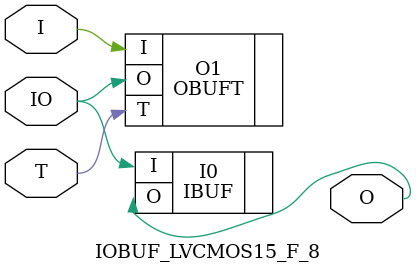
<source format=v>


`timescale  1 ps / 1 ps


module IOBUF_LVCMOS15_F_8 (O, IO, I, T);

    output O;

    inout  IO;

    input  I, T;

        OBUFT #(.IOSTANDARD("LVCMOS15"), .SLEW("FAST"), .DRIVE(8)) O1 (.O(IO), .I(I), .T(T)); 
	IBUF #(.IOSTANDARD("LVCMOS15"))  I0 (.O(O), .I(IO));
        

endmodule



</source>
